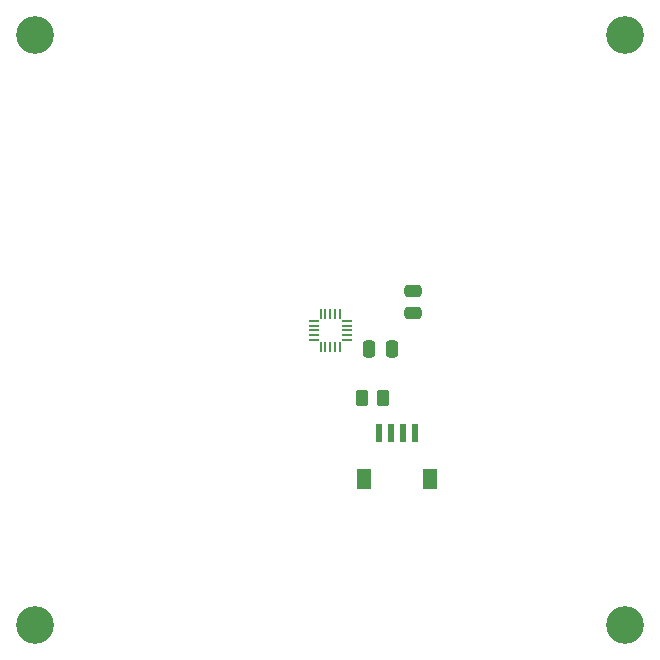
<source format=gbr>
%TF.GenerationSoftware,KiCad,Pcbnew,9.0.0*%
%TF.CreationDate,2025-03-14T15:54:35+08:00*%
%TF.ProjectId,xypad,78797061-642e-46b6-9963-61645f706362,rev?*%
%TF.SameCoordinates,Original*%
%TF.FileFunction,Soldermask,Bot*%
%TF.FilePolarity,Negative*%
%FSLAX46Y46*%
G04 Gerber Fmt 4.6, Leading zero omitted, Abs format (unit mm)*
G04 Created by KiCad (PCBNEW 9.0.0) date 2025-03-14 15:54:35*
%MOMM*%
%LPD*%
G01*
G04 APERTURE LIST*
G04 Aperture macros list*
%AMRoundRect*
0 Rectangle with rounded corners*
0 $1 Rounding radius*
0 $2 $3 $4 $5 $6 $7 $8 $9 X,Y pos of 4 corners*
0 Add a 4 corners polygon primitive as box body*
4,1,4,$2,$3,$4,$5,$6,$7,$8,$9,$2,$3,0*
0 Add four circle primitives for the rounded corners*
1,1,$1+$1,$2,$3*
1,1,$1+$1,$4,$5*
1,1,$1+$1,$6,$7*
1,1,$1+$1,$8,$9*
0 Add four rect primitives between the rounded corners*
20,1,$1+$1,$2,$3,$4,$5,0*
20,1,$1+$1,$4,$5,$6,$7,0*
20,1,$1+$1,$6,$7,$8,$9,0*
20,1,$1+$1,$8,$9,$2,$3,0*%
%AMFreePoly0*
4,1,14,0.450784,0.088284,0.462500,0.060000,0.462500,0.036569,0.450784,0.008285,0.354215,-0.088284,0.325931,-0.100000,-0.422500,-0.100000,-0.450784,-0.088284,-0.462500,-0.060000,-0.462500,0.060000,-0.450784,0.088284,-0.422500,0.100000,0.422500,0.100000,0.450784,0.088284,0.450784,0.088284,$1*%
%AMFreePoly1*
4,1,14,0.354215,0.088284,0.450784,-0.008285,0.462500,-0.036569,0.462500,-0.060000,0.450784,-0.088284,0.422500,-0.100000,-0.422500,-0.100000,-0.450784,-0.088284,-0.462500,-0.060000,-0.462500,0.060000,-0.450784,0.088284,-0.422500,0.100000,0.325931,0.100000,0.354215,0.088284,0.354215,0.088284,$1*%
%AMFreePoly2*
4,1,14,0.088284,0.450784,0.100000,0.422500,0.100000,-0.422500,0.088284,-0.450784,0.060000,-0.462500,0.036569,-0.462500,0.008285,-0.450784,-0.088284,-0.354215,-0.100000,-0.325931,-0.100000,0.422500,-0.088284,0.450784,-0.060000,0.462500,0.060000,0.462500,0.088284,0.450784,0.088284,0.450784,$1*%
%AMFreePoly3*
4,1,14,0.088284,0.450784,0.100000,0.422500,0.100000,-0.325931,0.088284,-0.354215,-0.008285,-0.450784,-0.036569,-0.462500,-0.060000,-0.462500,-0.088284,-0.450784,-0.100000,-0.422500,-0.100000,0.422500,-0.088284,0.450784,-0.060000,0.462500,0.060000,0.462500,0.088284,0.450784,0.088284,0.450784,$1*%
%AMFreePoly4*
4,1,14,0.450784,0.088284,0.462500,0.060000,0.462500,-0.060000,0.450784,-0.088284,0.422500,-0.100000,-0.422500,-0.100000,-0.450784,-0.088284,-0.462500,-0.060000,-0.462500,-0.036569,-0.450784,-0.008285,-0.354215,0.088284,-0.325931,0.100000,0.422500,0.100000,0.450784,0.088284,0.450784,0.088284,$1*%
%AMFreePoly5*
4,1,14,0.450784,0.088284,0.462500,0.060000,0.462500,-0.060000,0.450784,-0.088284,0.422500,-0.100000,-0.325931,-0.100000,-0.354215,-0.088284,-0.450784,0.008285,-0.462500,0.036569,-0.462500,0.060000,-0.450784,0.088284,-0.422500,0.100000,0.422500,0.100000,0.450784,0.088284,0.450784,0.088284,$1*%
%AMFreePoly6*
4,1,14,-0.008285,0.450784,0.088284,0.354215,0.100000,0.325931,0.100000,-0.422500,0.088284,-0.450784,0.060000,-0.462500,-0.060000,-0.462500,-0.088284,-0.450784,-0.100000,-0.422500,-0.100000,0.422500,-0.088284,0.450784,-0.060000,0.462500,-0.036569,0.462500,-0.008285,0.450784,-0.008285,0.450784,$1*%
%AMFreePoly7*
4,1,14,0.088284,0.450784,0.100000,0.422500,0.100000,-0.422500,0.088284,-0.450784,0.060000,-0.462500,-0.060000,-0.462500,-0.088284,-0.450784,-0.100000,-0.422500,-0.100000,0.325931,-0.088284,0.354215,0.008285,0.450784,0.036569,0.462500,0.060000,0.462500,0.088284,0.450784,0.088284,0.450784,$1*%
G04 Aperture macros list end*
%ADD10C,3.200000*%
%ADD11RoundRect,0.250000X0.262500X0.450000X-0.262500X0.450000X-0.262500X-0.450000X0.262500X-0.450000X0*%
%ADD12R,0.600000X1.550000*%
%ADD13R,1.200000X1.800000*%
%ADD14FreePoly0,180.000000*%
%ADD15RoundRect,0.050000X0.412500X0.050000X-0.412500X0.050000X-0.412500X-0.050000X0.412500X-0.050000X0*%
%ADD16FreePoly1,180.000000*%
%ADD17FreePoly2,180.000000*%
%ADD18RoundRect,0.050000X0.050000X0.412500X-0.050000X0.412500X-0.050000X-0.412500X0.050000X-0.412500X0*%
%ADD19FreePoly3,180.000000*%
%ADD20FreePoly4,180.000000*%
%ADD21FreePoly5,180.000000*%
%ADD22FreePoly6,180.000000*%
%ADD23FreePoly7,180.000000*%
%ADD24RoundRect,0.250000X-0.250000X-0.475000X0.250000X-0.475000X0.250000X0.475000X-0.250000X0.475000X0*%
%ADD25RoundRect,0.250000X0.475000X-0.250000X0.475000X0.250000X-0.475000X0.250000X-0.475000X-0.250000X0*%
G04 APERTURE END LIST*
D10*
%TO.C,H4*%
X201875000Y-86075000D03*
%TD*%
%TO.C,H3*%
X151875000Y-86075000D03*
%TD*%
%TO.C,H2*%
X201875000Y-36075000D03*
%TD*%
%TO.C,H1*%
X151875000Y-36075000D03*
%TD*%
D11*
%TO.C,R3*%
X181403394Y-66810000D03*
X179578394Y-66810000D03*
%TD*%
D12*
%TO.C,J2*%
X184047113Y-69778894D03*
X183047113Y-69778894D03*
X182047113Y-69778894D03*
X181047113Y-69778894D03*
D13*
X185347113Y-73653894D03*
X179747113Y-73653894D03*
%TD*%
D14*
%TO.C,U1*%
X178287500Y-60300000D03*
D15*
X178287500Y-60700000D03*
X178287500Y-61100000D03*
X178287500Y-61500000D03*
D16*
X178287500Y-61900000D03*
D17*
X177700000Y-62487500D03*
D18*
X177300000Y-62487500D03*
X176900000Y-62487500D03*
X176500000Y-62487500D03*
D19*
X176100000Y-62487500D03*
D20*
X175512500Y-61900000D03*
D15*
X175512500Y-61500000D03*
X175512500Y-61100000D03*
X175512500Y-60700000D03*
D21*
X175512500Y-60300000D03*
D22*
X176100000Y-59712500D03*
D18*
X176500000Y-59712500D03*
X176900000Y-59712500D03*
X177300000Y-59712500D03*
D23*
X177700000Y-59712500D03*
%TD*%
D24*
%TO.C,C2*%
X180210001Y-62700000D03*
X182109999Y-62700000D03*
%TD*%
D25*
%TO.C,C1*%
X183920000Y-59640893D03*
X183920000Y-57740895D03*
%TD*%
M02*

</source>
